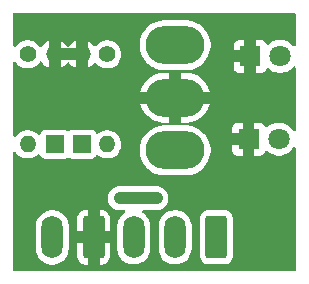
<source format=gbr>
%TF.GenerationSoftware,KiCad,Pcbnew,8.0.8*%
%TF.CreationDate,2025-02-01T23:36:58+01:00*%
%TF.ProjectId,pointControlPulse,706f696e-7443-46f6-9e74-726f6c50756c,rev?*%
%TF.SameCoordinates,Original*%
%TF.FileFunction,Copper,L2,Bot*%
%TF.FilePolarity,Positive*%
%FSLAX46Y46*%
G04 Gerber Fmt 4.6, Leading zero omitted, Abs format (unit mm)*
G04 Created by KiCad (PCBNEW 8.0.8) date 2025-02-01 23:36:58*
%MOMM*%
%LPD*%
G01*
G04 APERTURE LIST*
G04 Aperture macros list*
%AMRoundRect*
0 Rectangle with rounded corners*
0 $1 Rounding radius*
0 $2 $3 $4 $5 $6 $7 $8 $9 X,Y pos of 4 corners*
0 Add a 4 corners polygon primitive as box body*
4,1,4,$2,$3,$4,$5,$6,$7,$8,$9,$2,$3,0*
0 Add four circle primitives for the rounded corners*
1,1,$1+$1,$2,$3*
1,1,$1+$1,$4,$5*
1,1,$1+$1,$6,$7*
1,1,$1+$1,$8,$9*
0 Add four rect primitives between the rounded corners*
20,1,$1+$1,$2,$3,$4,$5,0*
20,1,$1+$1,$4,$5,$6,$7,0*
20,1,$1+$1,$6,$7,$8,$9,0*
20,1,$1+$1,$8,$9,$2,$3,0*%
G04 Aperture macros list end*
%TA.AperFunction,ComponentPad*%
%ADD10R,1.500000X1.500000*%
%TD*%
%TA.AperFunction,ComponentPad*%
%ADD11O,1.500000X1.500000*%
%TD*%
%TA.AperFunction,ComponentPad*%
%ADD12R,1.800000X1.800000*%
%TD*%
%TA.AperFunction,ComponentPad*%
%ADD13C,1.800000*%
%TD*%
%TA.AperFunction,ComponentPad*%
%ADD14O,5.000000X3.200000*%
%TD*%
%TA.AperFunction,ComponentPad*%
%ADD15C,1.400000*%
%TD*%
%TA.AperFunction,ComponentPad*%
%ADD16O,1.400000X1.400000*%
%TD*%
%TA.AperFunction,ComponentPad*%
%ADD17RoundRect,0.250000X0.650000X1.550000X-0.650000X1.550000X-0.650000X-1.550000X0.650000X-1.550000X0*%
%TD*%
%TA.AperFunction,ComponentPad*%
%ADD18O,1.800000X3.600000*%
%TD*%
%TA.AperFunction,ViaPad*%
%ADD19C,0.800000*%
%TD*%
%TA.AperFunction,Conductor*%
%ADD20C,1.000000*%
%TD*%
G04 APERTURE END LIST*
D10*
%TO.P,D8,1,K*%
%TO.N,Net-(D6-A)*%
X156591000Y-107447000D03*
D11*
%TO.P,D8,2,A*%
%TO.N,GND*%
X156591000Y-99827000D03*
%TD*%
D10*
%TO.P,D1,1,K*%
%TO.N,Net-(D1-K)*%
X154305000Y-107447000D03*
D11*
%TO.P,D1,2,A*%
%TO.N,GND*%
X154305000Y-99827000D03*
%TD*%
D12*
%TO.P,D3,1,K*%
%TO.N,GND*%
X170725000Y-107000000D03*
D13*
%TO.P,D3,2,A*%
%TO.N,Net-(D1-K)*%
X173265000Y-107000000D03*
%TD*%
D14*
%TO.P,SW1,1,A*%
%TO.N,/coil L*%
X164500000Y-107950000D03*
%TO.P,SW1,2,B*%
%TO.N,GND*%
X164500000Y-103500000D03*
%TO.P,SW1,3,C*%
%TO.N,/coil R*%
X164500000Y-99050000D03*
%TD*%
D12*
%TO.P,D6,1,K*%
%TO.N,GND*%
X170850000Y-100000000D03*
D13*
%TO.P,D6,2,A*%
%TO.N,Net-(D6-A)*%
X173390000Y-100000000D03*
%TD*%
D15*
%TO.P,R2,1*%
%TO.N,/coil R*%
X158750000Y-99822000D03*
D16*
%TO.P,R2,2*%
%TO.N,Net-(D6-A)*%
X158750000Y-107442000D03*
%TD*%
D15*
%TO.P,R1,1*%
%TO.N,/coil L*%
X152019000Y-99822000D03*
D16*
%TO.P,R1,2*%
%TO.N,Net-(D1-K)*%
X152019000Y-107442000D03*
%TD*%
D17*
%TO.P,J3,1,Pin_1*%
%TO.N,GND*%
X157607000Y-115323500D03*
D18*
%TO.P,J3,2,Pin_2*%
%TO.N,VCC*%
X154107000Y-115323500D03*
%TD*%
D17*
%TO.P,J2,1,Pin_1*%
%TO.N,/coil R*%
X168000000Y-115316000D03*
D18*
%TO.P,J2,2,Pin_2*%
%TO.N,VCC*%
X164500000Y-115316000D03*
%TO.P,J2,3,Pin_3*%
%TO.N,/coil L*%
X161000000Y-115316000D03*
%TD*%
D19*
%TO.N,VCC*%
X159800000Y-112014000D03*
X162941000Y-112014000D03*
%TD*%
D20*
%TO.N,VCC*%
X159800000Y-112014000D02*
X162941000Y-112014000D01*
%TD*%
%TA.AperFunction,Conductor*%
%TO.N,GND*%
G36*
X174642539Y-96320185D02*
G01*
X174688294Y-96372989D01*
X174699500Y-96424500D01*
X174699500Y-99036886D01*
X174679815Y-99103925D01*
X174627011Y-99149680D01*
X174557853Y-99159624D01*
X174494297Y-99130599D01*
X174484270Y-99120869D01*
X174468672Y-99103925D01*
X174341784Y-98966087D01*
X174341779Y-98966083D01*
X174341777Y-98966081D01*
X174158634Y-98823535D01*
X174158628Y-98823531D01*
X173954504Y-98713064D01*
X173954495Y-98713061D01*
X173734984Y-98637702D01*
X173547404Y-98606401D01*
X173506049Y-98599500D01*
X173273951Y-98599500D01*
X173232596Y-98606401D01*
X173045015Y-98637702D01*
X172825504Y-98713061D01*
X172825495Y-98713064D01*
X172621371Y-98823531D01*
X172621365Y-98823535D01*
X172438222Y-98966081D01*
X172438215Y-98966087D01*
X172429484Y-98975572D01*
X172369595Y-99011561D01*
X172299757Y-99009458D01*
X172242143Y-98969932D01*
X172222075Y-98934918D01*
X172193355Y-98857915D01*
X172193350Y-98857906D01*
X172107190Y-98742812D01*
X172107187Y-98742809D01*
X171992093Y-98656649D01*
X171992086Y-98656645D01*
X171857379Y-98606403D01*
X171857372Y-98606401D01*
X171797844Y-98600000D01*
X171350000Y-98600000D01*
X171350000Y-101400000D01*
X171797828Y-101400000D01*
X171797844Y-101399999D01*
X171857372Y-101393598D01*
X171857379Y-101393596D01*
X171992086Y-101343354D01*
X171992093Y-101343350D01*
X172107187Y-101257190D01*
X172107190Y-101257187D01*
X172193350Y-101142093D01*
X172193355Y-101142084D01*
X172222075Y-101065081D01*
X172263945Y-101009147D01*
X172329409Y-100984729D01*
X172397682Y-100999580D01*
X172429484Y-101024428D01*
X172438216Y-101033913D01*
X172438219Y-101033915D01*
X172438222Y-101033918D01*
X172621365Y-101176464D01*
X172621371Y-101176468D01*
X172621374Y-101176470D01*
X172825497Y-101286936D01*
X172939487Y-101326068D01*
X173045015Y-101362297D01*
X173045017Y-101362297D01*
X173045019Y-101362298D01*
X173273951Y-101400500D01*
X173273952Y-101400500D01*
X173506048Y-101400500D01*
X173506049Y-101400500D01*
X173734981Y-101362298D01*
X173954503Y-101286936D01*
X174158626Y-101176470D01*
X174191993Y-101150500D01*
X174301739Y-101065081D01*
X174341784Y-101033913D01*
X174484272Y-100879128D01*
X174544157Y-100843140D01*
X174613995Y-100845240D01*
X174671611Y-100884763D01*
X174698713Y-100949163D01*
X174699500Y-100963113D01*
X174699500Y-106218585D01*
X174679815Y-106285624D01*
X174627011Y-106331379D01*
X174557853Y-106341323D01*
X174494297Y-106312298D01*
X174471691Y-106286406D01*
X174373983Y-106136852D01*
X174373980Y-106136849D01*
X174373979Y-106136847D01*
X174216784Y-105966087D01*
X174216779Y-105966083D01*
X174216777Y-105966081D01*
X174033634Y-105823535D01*
X174033628Y-105823531D01*
X173829504Y-105713064D01*
X173829495Y-105713061D01*
X173609984Y-105637702D01*
X173422404Y-105606401D01*
X173381049Y-105599500D01*
X173148951Y-105599500D01*
X173107596Y-105606401D01*
X172920015Y-105637702D01*
X172700504Y-105713061D01*
X172700495Y-105713064D01*
X172496371Y-105823531D01*
X172496365Y-105823535D01*
X172313222Y-105966081D01*
X172313215Y-105966087D01*
X172304484Y-105975572D01*
X172244595Y-106011561D01*
X172174757Y-106009458D01*
X172117143Y-105969932D01*
X172097075Y-105934918D01*
X172068355Y-105857915D01*
X172068350Y-105857906D01*
X171982190Y-105742812D01*
X171982187Y-105742809D01*
X171867093Y-105656649D01*
X171867086Y-105656645D01*
X171732379Y-105606403D01*
X171732372Y-105606401D01*
X171672844Y-105600000D01*
X171225000Y-105600000D01*
X171225000Y-108400000D01*
X171672828Y-108400000D01*
X171672844Y-108399999D01*
X171732372Y-108393598D01*
X171732379Y-108393596D01*
X171867086Y-108343354D01*
X171867093Y-108343350D01*
X171982187Y-108257190D01*
X171982190Y-108257187D01*
X172068350Y-108142093D01*
X172068355Y-108142084D01*
X172097075Y-108065081D01*
X172138945Y-108009147D01*
X172204409Y-107984729D01*
X172272682Y-107999580D01*
X172304484Y-108024428D01*
X172313216Y-108033913D01*
X172313219Y-108033915D01*
X172313222Y-108033918D01*
X172496365Y-108176464D01*
X172496371Y-108176468D01*
X172496374Y-108176470D01*
X172700497Y-108286936D01*
X172751610Y-108304483D01*
X172920015Y-108362297D01*
X172920017Y-108362297D01*
X172920019Y-108362298D01*
X173148951Y-108400500D01*
X173148952Y-108400500D01*
X173381048Y-108400500D01*
X173381049Y-108400500D01*
X173609981Y-108362298D01*
X173829503Y-108286936D01*
X174033626Y-108176470D01*
X174216784Y-108033913D01*
X174373979Y-107863153D01*
X174471691Y-107713592D01*
X174524837Y-107668236D01*
X174594069Y-107658812D01*
X174657404Y-107688314D01*
X174694736Y-107747374D01*
X174699500Y-107781414D01*
X174699500Y-118075500D01*
X174679815Y-118142539D01*
X174627011Y-118188294D01*
X174575500Y-118199500D01*
X150924500Y-118199500D01*
X150857461Y-118179815D01*
X150811706Y-118127011D01*
X150800500Y-118075500D01*
X150800500Y-114313278D01*
X152706500Y-114313278D01*
X152706500Y-116333721D01*
X152740985Y-116551452D01*
X152809103Y-116761103D01*
X152809104Y-116761106D01*
X152877122Y-116894596D01*
X152888037Y-116916018D01*
X152909187Y-116957525D01*
X153038752Y-117135858D01*
X153038756Y-117135863D01*
X153194636Y-117291743D01*
X153194641Y-117291747D01*
X153263596Y-117341845D01*
X153372978Y-117421315D01*
X153501375Y-117486737D01*
X153569393Y-117521395D01*
X153569396Y-117521396D01*
X153659938Y-117550814D01*
X153779049Y-117589515D01*
X153996778Y-117624000D01*
X153996779Y-117624000D01*
X154217221Y-117624000D01*
X154217222Y-117624000D01*
X154434951Y-117589515D01*
X154644606Y-117521395D01*
X154841022Y-117421315D01*
X155019365Y-117291742D01*
X155175242Y-117135865D01*
X155304815Y-116957522D01*
X155322157Y-116923486D01*
X156207001Y-116923486D01*
X156217494Y-117026197D01*
X156272641Y-117192619D01*
X156272643Y-117192624D01*
X156364684Y-117341845D01*
X156488654Y-117465815D01*
X156637875Y-117557856D01*
X156637880Y-117557858D01*
X156804302Y-117613005D01*
X156804309Y-117613006D01*
X156907019Y-117623499D01*
X157106999Y-117623499D01*
X158107000Y-117623499D01*
X158306972Y-117623499D01*
X158306986Y-117623498D01*
X158409697Y-117613005D01*
X158576119Y-117557858D01*
X158576124Y-117557856D01*
X158725345Y-117465815D01*
X158849315Y-117341845D01*
X158941356Y-117192624D01*
X158941358Y-117192619D01*
X158996505Y-117026197D01*
X158996506Y-117026190D01*
X159006999Y-116923486D01*
X159007000Y-116923473D01*
X159007000Y-115823500D01*
X158107000Y-115823500D01*
X158107000Y-117623499D01*
X157106999Y-117623499D01*
X157107000Y-117623498D01*
X157107000Y-115823500D01*
X156207001Y-115823500D01*
X156207001Y-116923486D01*
X155322157Y-116923486D01*
X155404895Y-116761106D01*
X155473015Y-116551451D01*
X155507500Y-116333722D01*
X155507500Y-115244509D01*
X157007000Y-115244509D01*
X157007000Y-115402491D01*
X157047889Y-115555091D01*
X157126881Y-115691908D01*
X157238592Y-115803619D01*
X157375409Y-115882611D01*
X157528009Y-115923500D01*
X157685991Y-115923500D01*
X157838591Y-115882611D01*
X157975408Y-115803619D01*
X158087119Y-115691908D01*
X158166111Y-115555091D01*
X158207000Y-115402491D01*
X158207000Y-115244509D01*
X158166111Y-115091909D01*
X158087119Y-114955092D01*
X157975408Y-114843381D01*
X157940973Y-114823500D01*
X158107000Y-114823500D01*
X159006999Y-114823500D01*
X159006999Y-113723528D01*
X159006998Y-113723513D01*
X158996505Y-113620802D01*
X158941358Y-113454380D01*
X158941356Y-113454375D01*
X158849315Y-113305154D01*
X158725345Y-113181184D01*
X158576124Y-113089143D01*
X158576119Y-113089141D01*
X158409697Y-113033994D01*
X158409690Y-113033993D01*
X158306986Y-113023500D01*
X158107000Y-113023500D01*
X158107000Y-114823500D01*
X157940973Y-114823500D01*
X157838591Y-114764389D01*
X157685991Y-114723500D01*
X157528009Y-114723500D01*
X157375409Y-114764389D01*
X157238592Y-114843381D01*
X157126881Y-114955092D01*
X157047889Y-115091909D01*
X157007000Y-115244509D01*
X155507500Y-115244509D01*
X155507500Y-114313278D01*
X155473015Y-114095549D01*
X155404895Y-113885894D01*
X155404895Y-113885893D01*
X155370237Y-113817875D01*
X155322157Y-113723513D01*
X156207000Y-113723513D01*
X156207000Y-114823500D01*
X157107000Y-114823500D01*
X157107000Y-113023500D01*
X156907029Y-113023500D01*
X156907012Y-113023501D01*
X156804302Y-113033994D01*
X156637880Y-113089141D01*
X156637875Y-113089143D01*
X156488654Y-113181184D01*
X156364684Y-113305154D01*
X156272643Y-113454375D01*
X156272641Y-113454380D01*
X156217494Y-113620802D01*
X156217493Y-113620809D01*
X156207000Y-113723513D01*
X155322157Y-113723513D01*
X155304815Y-113689478D01*
X155288260Y-113666692D01*
X155175247Y-113511141D01*
X155175243Y-113511136D01*
X155019363Y-113355256D01*
X155019358Y-113355252D01*
X154841025Y-113225687D01*
X154841024Y-113225686D01*
X154841022Y-113225685D01*
X154753685Y-113181184D01*
X154644606Y-113125604D01*
X154644603Y-113125603D01*
X154434952Y-113057485D01*
X154286635Y-113033994D01*
X154217222Y-113023000D01*
X153996778Y-113023000D01*
X153927371Y-113033993D01*
X153779047Y-113057485D01*
X153569396Y-113125603D01*
X153569393Y-113125604D01*
X153372974Y-113225687D01*
X153194641Y-113355252D01*
X153194636Y-113355256D01*
X153038756Y-113511136D01*
X153038752Y-113511141D01*
X152909187Y-113689474D01*
X152809104Y-113885893D01*
X152809103Y-113885896D01*
X152740985Y-114095547D01*
X152706500Y-114313278D01*
X150800500Y-114313278D01*
X150800500Y-112112543D01*
X158799499Y-112112543D01*
X158837947Y-112305829D01*
X158837950Y-112305839D01*
X158913364Y-112487907D01*
X158913371Y-112487920D01*
X159022860Y-112651781D01*
X159022863Y-112651785D01*
X159162214Y-112791136D01*
X159162218Y-112791139D01*
X159326079Y-112900628D01*
X159326092Y-112900635D01*
X159508160Y-112976049D01*
X159508165Y-112976051D01*
X159508169Y-112976051D01*
X159508170Y-112976052D01*
X159701456Y-113014500D01*
X160164693Y-113014500D01*
X160231732Y-113034185D01*
X160277487Y-113086989D01*
X160287431Y-113156147D01*
X160258406Y-113219703D01*
X160237578Y-113238818D01*
X160087640Y-113347752D01*
X159931756Y-113503636D01*
X159931752Y-113503641D01*
X159802187Y-113681974D01*
X159702104Y-113878393D01*
X159702103Y-113878396D01*
X159633985Y-114088047D01*
X159599500Y-114305778D01*
X159599500Y-116326221D01*
X159633985Y-116543952D01*
X159702103Y-116753603D01*
X159702104Y-116753606D01*
X159705926Y-116761106D01*
X159788657Y-116923473D01*
X159802187Y-116950025D01*
X159931752Y-117128358D01*
X159931756Y-117128363D01*
X160087636Y-117284243D01*
X160087641Y-117284247D01*
X160166919Y-117341845D01*
X160265978Y-117413815D01*
X160368033Y-117465815D01*
X160462393Y-117513895D01*
X160462396Y-117513896D01*
X160567221Y-117547955D01*
X160672049Y-117582015D01*
X160889778Y-117616500D01*
X160889779Y-117616500D01*
X161110221Y-117616500D01*
X161110222Y-117616500D01*
X161327951Y-117582015D01*
X161537606Y-117513895D01*
X161734022Y-117413815D01*
X161912365Y-117284242D01*
X162068242Y-117128365D01*
X162197815Y-116950022D01*
X162297895Y-116753606D01*
X162366015Y-116543951D01*
X162400500Y-116326222D01*
X162400500Y-114305778D01*
X163099500Y-114305778D01*
X163099500Y-116326221D01*
X163133985Y-116543952D01*
X163202103Y-116753603D01*
X163202104Y-116753606D01*
X163205926Y-116761106D01*
X163288657Y-116923473D01*
X163302187Y-116950025D01*
X163431752Y-117128358D01*
X163431756Y-117128363D01*
X163587636Y-117284243D01*
X163587641Y-117284247D01*
X163666919Y-117341845D01*
X163765978Y-117413815D01*
X163868033Y-117465815D01*
X163962393Y-117513895D01*
X163962396Y-117513896D01*
X164067221Y-117547955D01*
X164172049Y-117582015D01*
X164389778Y-117616500D01*
X164389779Y-117616500D01*
X164610221Y-117616500D01*
X164610222Y-117616500D01*
X164827951Y-117582015D01*
X165037606Y-117513895D01*
X165234022Y-117413815D01*
X165412365Y-117284242D01*
X165568242Y-117128365D01*
X165697815Y-116950022D01*
X165797895Y-116753606D01*
X165866015Y-116543951D01*
X165900500Y-116326222D01*
X165900500Y-114305778D01*
X165866015Y-114088049D01*
X165797895Y-113878394D01*
X165797895Y-113878393D01*
X165763237Y-113810375D01*
X165715142Y-113715983D01*
X166599500Y-113715983D01*
X166599500Y-116916001D01*
X166599501Y-116916018D01*
X166610000Y-117018796D01*
X166610001Y-117018799D01*
X166665185Y-117185331D01*
X166665186Y-117185334D01*
X166757288Y-117334656D01*
X166881344Y-117458712D01*
X167030666Y-117550814D01*
X167197203Y-117605999D01*
X167299991Y-117616500D01*
X168700008Y-117616499D01*
X168802797Y-117605999D01*
X168969334Y-117550814D01*
X169118656Y-117458712D01*
X169242712Y-117334656D01*
X169334814Y-117185334D01*
X169389999Y-117018797D01*
X169400500Y-116916009D01*
X169400499Y-113715992D01*
X169397024Y-113681978D01*
X169389999Y-113613203D01*
X169389998Y-113613200D01*
X169356177Y-113511135D01*
X169334814Y-113446666D01*
X169242712Y-113297344D01*
X169118656Y-113173288D01*
X169022332Y-113113875D01*
X168969336Y-113081187D01*
X168969331Y-113081185D01*
X168967862Y-113080698D01*
X168802797Y-113026001D01*
X168802795Y-113026000D01*
X168700010Y-113015500D01*
X167299998Y-113015500D01*
X167299981Y-113015501D01*
X167197203Y-113026000D01*
X167197200Y-113026001D01*
X167030668Y-113081185D01*
X167030663Y-113081187D01*
X166881342Y-113173289D01*
X166757289Y-113297342D01*
X166665187Y-113446663D01*
X166665186Y-113446666D01*
X166610001Y-113613203D01*
X166610001Y-113613204D01*
X166610000Y-113613204D01*
X166599500Y-113715983D01*
X165715142Y-113715983D01*
X165697815Y-113681978D01*
X165681260Y-113659192D01*
X165568247Y-113503641D01*
X165568243Y-113503636D01*
X165412363Y-113347756D01*
X165412358Y-113347752D01*
X165234025Y-113218187D01*
X165234024Y-113218186D01*
X165234022Y-113218185D01*
X165145908Y-113173288D01*
X165037606Y-113118104D01*
X165037603Y-113118103D01*
X164827952Y-113049985D01*
X164660738Y-113023501D01*
X164610222Y-113015500D01*
X164389778Y-113015500D01*
X164375743Y-113017723D01*
X164172047Y-113049985D01*
X163962396Y-113118103D01*
X163962393Y-113118104D01*
X163765974Y-113218187D01*
X163587641Y-113347752D01*
X163587636Y-113347756D01*
X163431756Y-113503636D01*
X163431752Y-113503641D01*
X163302187Y-113681974D01*
X163202104Y-113878393D01*
X163202103Y-113878396D01*
X163133985Y-114088047D01*
X163099500Y-114305778D01*
X162400500Y-114305778D01*
X162366015Y-114088049D01*
X162297895Y-113878394D01*
X162297895Y-113878393D01*
X162263237Y-113810375D01*
X162197815Y-113681978D01*
X162181260Y-113659192D01*
X162068247Y-113503641D01*
X162068243Y-113503636D01*
X161912359Y-113347752D01*
X161762422Y-113238818D01*
X161719756Y-113183489D01*
X161713777Y-113113875D01*
X161746382Y-113052080D01*
X161807221Y-113017723D01*
X161835307Y-113014500D01*
X163039543Y-113014500D01*
X163169582Y-112988632D01*
X163232835Y-112976051D01*
X163414914Y-112900632D01*
X163578782Y-112791139D01*
X163718139Y-112651782D01*
X163827632Y-112487914D01*
X163903051Y-112305835D01*
X163941500Y-112112541D01*
X163941500Y-111915459D01*
X163941500Y-111915456D01*
X163903052Y-111722170D01*
X163903051Y-111722169D01*
X163903051Y-111722165D01*
X163903049Y-111722160D01*
X163827635Y-111540092D01*
X163827628Y-111540079D01*
X163718139Y-111376218D01*
X163718136Y-111376214D01*
X163578785Y-111236863D01*
X163578781Y-111236860D01*
X163414920Y-111127371D01*
X163414907Y-111127364D01*
X163232839Y-111051950D01*
X163232829Y-111051947D01*
X163039543Y-111013500D01*
X163039541Y-111013500D01*
X159701459Y-111013500D01*
X159701457Y-111013500D01*
X159508170Y-111051947D01*
X159508160Y-111051950D01*
X159326092Y-111127364D01*
X159326079Y-111127371D01*
X159162218Y-111236860D01*
X159162214Y-111236863D01*
X159022863Y-111376214D01*
X159022860Y-111376218D01*
X158913371Y-111540079D01*
X158913364Y-111540092D01*
X158837950Y-111722160D01*
X158837947Y-111722170D01*
X158799500Y-111915456D01*
X158799500Y-111915459D01*
X158799500Y-112112541D01*
X158799500Y-112112543D01*
X158799499Y-112112543D01*
X150800500Y-112112543D01*
X150800500Y-108190496D01*
X150820185Y-108123457D01*
X150872989Y-108077702D01*
X150942147Y-108067758D01*
X151005703Y-108096783D01*
X151023452Y-108115767D01*
X151043326Y-108142084D01*
X151128020Y-108254238D01*
X151292437Y-108404123D01*
X151292439Y-108404125D01*
X151481595Y-108521245D01*
X151481596Y-108521245D01*
X151481599Y-108521247D01*
X151689060Y-108601618D01*
X151907757Y-108642500D01*
X151907759Y-108642500D01*
X152130241Y-108642500D01*
X152130243Y-108642500D01*
X152348940Y-108601618D01*
X152556401Y-108521247D01*
X152745562Y-108404124D01*
X152873029Y-108287921D01*
X152935832Y-108257306D01*
X153005219Y-108265503D01*
X153059159Y-108309913D01*
X153072748Y-108336227D01*
X153111202Y-108439328D01*
X153111206Y-108439335D01*
X153197452Y-108554544D01*
X153197455Y-108554547D01*
X153312664Y-108640793D01*
X153312671Y-108640797D01*
X153447517Y-108691091D01*
X153447516Y-108691091D01*
X153454444Y-108691835D01*
X153507127Y-108697500D01*
X155102872Y-108697499D01*
X155162483Y-108691091D01*
X155297331Y-108640796D01*
X155316252Y-108626632D01*
X155373689Y-108583635D01*
X155439153Y-108559217D01*
X155507426Y-108574068D01*
X155522311Y-108583635D01*
X155598664Y-108640793D01*
X155598671Y-108640797D01*
X155733517Y-108691091D01*
X155733516Y-108691091D01*
X155740444Y-108691835D01*
X155793127Y-108697500D01*
X157388872Y-108697499D01*
X157448483Y-108691091D01*
X157583331Y-108640796D01*
X157698546Y-108554546D01*
X157784796Y-108439331D01*
X157791025Y-108422629D01*
X157832894Y-108366695D01*
X157898357Y-108342275D01*
X157966631Y-108357124D01*
X157990744Y-108374320D01*
X158023438Y-108404124D01*
X158023440Y-108404125D01*
X158023441Y-108404126D01*
X158212595Y-108521245D01*
X158212596Y-108521245D01*
X158212599Y-108521247D01*
X158420060Y-108601618D01*
X158638757Y-108642500D01*
X158638759Y-108642500D01*
X158861241Y-108642500D01*
X158861243Y-108642500D01*
X159079940Y-108601618D01*
X159287401Y-108521247D01*
X159476562Y-108404124D01*
X159628622Y-108265503D01*
X159640979Y-108254238D01*
X159648052Y-108244873D01*
X159775058Y-108076689D01*
X159874229Y-107877528D01*
X159892779Y-107812332D01*
X161499500Y-107812332D01*
X161499500Y-108087667D01*
X161499501Y-108087684D01*
X161535438Y-108360655D01*
X161535439Y-108360660D01*
X161535440Y-108360666D01*
X161547085Y-108404125D01*
X161606704Y-108626630D01*
X161712075Y-108881017D01*
X161712080Y-108881028D01*
X161794861Y-109024407D01*
X161849751Y-109119479D01*
X161849753Y-109119482D01*
X161849754Y-109119483D01*
X162017370Y-109337926D01*
X162017376Y-109337933D01*
X162212066Y-109532623D01*
X162212072Y-109532628D01*
X162430521Y-109700249D01*
X162583778Y-109788732D01*
X162668971Y-109837919D01*
X162668976Y-109837921D01*
X162668979Y-109837923D01*
X162923368Y-109943295D01*
X163189334Y-110014560D01*
X163462326Y-110050500D01*
X163462333Y-110050500D01*
X165537667Y-110050500D01*
X165537674Y-110050500D01*
X165810666Y-110014560D01*
X166076632Y-109943295D01*
X166331021Y-109837923D01*
X166569479Y-109700249D01*
X166787928Y-109532628D01*
X166982628Y-109337928D01*
X167150249Y-109119479D01*
X167287923Y-108881021D01*
X167393295Y-108626632D01*
X167464560Y-108360666D01*
X167500500Y-108087674D01*
X167500500Y-107947844D01*
X169325000Y-107947844D01*
X169331401Y-108007372D01*
X169331403Y-108007379D01*
X169381645Y-108142086D01*
X169381649Y-108142093D01*
X169467809Y-108257187D01*
X169467812Y-108257190D01*
X169582906Y-108343350D01*
X169582913Y-108343354D01*
X169717620Y-108393596D01*
X169717627Y-108393598D01*
X169777155Y-108399999D01*
X169777172Y-108400000D01*
X170225000Y-108400000D01*
X170225000Y-107500000D01*
X169325000Y-107500000D01*
X169325000Y-107947844D01*
X167500500Y-107947844D01*
X167500500Y-107812326D01*
X167464560Y-107539334D01*
X167393295Y-107273368D01*
X167287923Y-107018979D01*
X167287921Y-107018976D01*
X167287919Y-107018971D01*
X167242761Y-106940756D01*
X170275000Y-106940756D01*
X170275000Y-107059244D01*
X170305667Y-107173694D01*
X170364910Y-107276306D01*
X170448694Y-107360090D01*
X170551306Y-107419333D01*
X170665756Y-107450000D01*
X170784244Y-107450000D01*
X170898694Y-107419333D01*
X171001306Y-107360090D01*
X171085090Y-107276306D01*
X171144333Y-107173694D01*
X171175000Y-107059244D01*
X171175000Y-106940756D01*
X171144333Y-106826306D01*
X171085090Y-106723694D01*
X171001306Y-106639910D01*
X170898694Y-106580667D01*
X170784244Y-106550000D01*
X170665756Y-106550000D01*
X170551306Y-106580667D01*
X170448694Y-106639910D01*
X170364910Y-106723694D01*
X170305667Y-106826306D01*
X170275000Y-106940756D01*
X167242761Y-106940756D01*
X167177823Y-106828281D01*
X167150249Y-106780521D01*
X167003687Y-106589517D01*
X166982629Y-106562073D01*
X166982623Y-106562066D01*
X166787933Y-106367376D01*
X166787926Y-106367370D01*
X166569483Y-106199754D01*
X166569482Y-106199753D01*
X166569479Y-106199751D01*
X166460526Y-106136847D01*
X166331028Y-106062080D01*
X166331017Y-106062075D01*
X166307068Y-106052155D01*
X169325000Y-106052155D01*
X169325000Y-106500000D01*
X170225000Y-106500000D01*
X170225000Y-105600000D01*
X169777155Y-105600000D01*
X169717627Y-105606401D01*
X169717620Y-105606403D01*
X169582913Y-105656645D01*
X169582906Y-105656649D01*
X169467812Y-105742809D01*
X169467809Y-105742812D01*
X169381649Y-105857906D01*
X169381645Y-105857913D01*
X169331403Y-105992620D01*
X169331401Y-105992627D01*
X169325000Y-106052155D01*
X166307068Y-106052155D01*
X166076630Y-105956704D01*
X165943649Y-105921072D01*
X165810666Y-105885440D01*
X165810660Y-105885439D01*
X165810655Y-105885438D01*
X165537684Y-105849501D01*
X165537679Y-105849500D01*
X165537674Y-105849500D01*
X163462326Y-105849500D01*
X163462320Y-105849500D01*
X163462315Y-105849501D01*
X163189344Y-105885438D01*
X163189337Y-105885439D01*
X163189334Y-105885440D01*
X163133125Y-105900500D01*
X162923369Y-105956704D01*
X162668982Y-106062075D01*
X162668971Y-106062080D01*
X162430516Y-106199754D01*
X162212073Y-106367370D01*
X162212066Y-106367376D01*
X162017376Y-106562066D01*
X162017370Y-106562073D01*
X161849754Y-106780516D01*
X161712080Y-107018971D01*
X161712075Y-107018982D01*
X161606704Y-107273369D01*
X161583468Y-107360090D01*
X161545980Y-107500000D01*
X161535441Y-107539331D01*
X161535438Y-107539344D01*
X161499501Y-107812315D01*
X161499500Y-107812332D01*
X159892779Y-107812332D01*
X159935115Y-107663536D01*
X159955643Y-107442000D01*
X159935115Y-107220464D01*
X159874229Y-107006472D01*
X159874224Y-107006461D01*
X159775061Y-106807316D01*
X159775056Y-106807308D01*
X159640979Y-106629761D01*
X159476562Y-106479876D01*
X159476560Y-106479874D01*
X159287404Y-106362754D01*
X159287398Y-106362752D01*
X159079940Y-106282382D01*
X158861243Y-106241500D01*
X158638757Y-106241500D01*
X158420060Y-106282382D01*
X158294173Y-106331151D01*
X158212601Y-106362752D01*
X158212595Y-106362754D01*
X158023441Y-106479873D01*
X157987962Y-106512216D01*
X157925157Y-106542832D01*
X157855770Y-106534633D01*
X157801831Y-106490222D01*
X157788243Y-106463909D01*
X157784798Y-106454673D01*
X157784793Y-106454664D01*
X157698547Y-106339455D01*
X157698544Y-106339452D01*
X157583335Y-106253206D01*
X157583328Y-106253202D01*
X157448482Y-106202908D01*
X157448483Y-106202908D01*
X157388883Y-106196501D01*
X157388881Y-106196500D01*
X157388873Y-106196500D01*
X157388864Y-106196500D01*
X155793129Y-106196500D01*
X155793123Y-106196501D01*
X155733516Y-106202908D01*
X155598671Y-106253202D01*
X155598664Y-106253206D01*
X155522311Y-106310365D01*
X155456847Y-106334783D01*
X155388574Y-106319932D01*
X155373689Y-106310365D01*
X155297335Y-106253206D01*
X155297328Y-106253202D01*
X155162482Y-106202908D01*
X155162483Y-106202908D01*
X155102883Y-106196501D01*
X155102881Y-106196500D01*
X155102873Y-106196500D01*
X155102864Y-106196500D01*
X153507129Y-106196500D01*
X153507123Y-106196501D01*
X153447516Y-106202908D01*
X153312671Y-106253202D01*
X153312664Y-106253206D01*
X153197455Y-106339452D01*
X153197452Y-106339455D01*
X153111206Y-106454664D01*
X153111203Y-106454669D01*
X153075531Y-106550311D01*
X153033659Y-106606244D01*
X152968195Y-106630661D01*
X152899922Y-106615809D01*
X152875815Y-106598617D01*
X152745562Y-106479876D01*
X152745559Y-106479874D01*
X152745558Y-106479873D01*
X152556404Y-106362754D01*
X152556398Y-106362752D01*
X152348940Y-106282382D01*
X152130243Y-106241500D01*
X151907757Y-106241500D01*
X151689060Y-106282382D01*
X151563173Y-106331151D01*
X151481601Y-106362752D01*
X151481595Y-106362754D01*
X151292439Y-106479874D01*
X151292437Y-106479876D01*
X151128020Y-106629761D01*
X151023454Y-106768230D01*
X150967345Y-106809866D01*
X150897633Y-106814557D01*
X150836451Y-106780815D01*
X150803224Y-106719352D01*
X150800500Y-106693503D01*
X150800500Y-103000000D01*
X161559894Y-103000000D01*
X163784174Y-103000000D01*
X163657007Y-103034075D01*
X163542993Y-103099901D01*
X163449901Y-103192993D01*
X163384075Y-103307007D01*
X163350000Y-103434174D01*
X163350000Y-103565826D01*
X163384075Y-103692993D01*
X163449901Y-103807007D01*
X163542993Y-103900099D01*
X163657007Y-103965925D01*
X163784174Y-104000000D01*
X161559894Y-104000000D01*
X161607180Y-104176471D01*
X161712520Y-104430787D01*
X161712527Y-104430802D01*
X161850166Y-104669201D01*
X162017749Y-104887597D01*
X162017757Y-104887606D01*
X162212394Y-105082243D01*
X162212402Y-105082250D01*
X162430798Y-105249833D01*
X162669197Y-105387472D01*
X162669212Y-105387479D01*
X162923528Y-105492819D01*
X163189434Y-105564069D01*
X163462358Y-105600000D01*
X164000000Y-105600000D01*
X164000000Y-104000000D01*
X165000000Y-104000000D01*
X165000000Y-105600000D01*
X165537642Y-105600000D01*
X165810565Y-105564069D01*
X166076471Y-105492819D01*
X166330787Y-105387479D01*
X166330802Y-105387472D01*
X166569201Y-105249833D01*
X166787597Y-105082250D01*
X166787606Y-105082243D01*
X166982243Y-104887606D01*
X166982250Y-104887597D01*
X167149833Y-104669201D01*
X167287472Y-104430802D01*
X167287479Y-104430787D01*
X167392819Y-104176471D01*
X167440106Y-104000000D01*
X165215826Y-104000000D01*
X165342993Y-103965925D01*
X165457007Y-103900099D01*
X165550099Y-103807007D01*
X165615925Y-103692993D01*
X165650000Y-103565826D01*
X165650000Y-103434174D01*
X165615925Y-103307007D01*
X165550099Y-103192993D01*
X165457007Y-103099901D01*
X165342993Y-103034075D01*
X165215826Y-103000000D01*
X167440105Y-103000000D01*
X167392819Y-102823528D01*
X167287479Y-102569212D01*
X167287472Y-102569197D01*
X167149833Y-102330798D01*
X166982250Y-102112402D01*
X166982243Y-102112394D01*
X166787606Y-101917757D01*
X166787597Y-101917749D01*
X166569201Y-101750166D01*
X166330802Y-101612527D01*
X166330787Y-101612520D01*
X166076471Y-101507180D01*
X165810565Y-101435930D01*
X165537642Y-101400000D01*
X165000000Y-101400000D01*
X165000000Y-103000000D01*
X164000000Y-103000000D01*
X164000000Y-101400000D01*
X163462358Y-101400000D01*
X163189434Y-101435930D01*
X162923528Y-101507180D01*
X162669212Y-101612520D01*
X162669197Y-101612527D01*
X162430798Y-101750166D01*
X162212402Y-101917749D01*
X162017749Y-102112402D01*
X161850166Y-102330798D01*
X161712527Y-102569197D01*
X161712520Y-102569212D01*
X161607180Y-102823528D01*
X161559894Y-103000000D01*
X150800500Y-103000000D01*
X150800500Y-100570496D01*
X150820185Y-100503457D01*
X150872989Y-100457702D01*
X150942147Y-100447758D01*
X151005703Y-100476783D01*
X151023452Y-100495767D01*
X151035662Y-100511935D01*
X151128020Y-100634238D01*
X151292437Y-100784123D01*
X151292439Y-100784125D01*
X151481595Y-100901245D01*
X151481596Y-100901245D01*
X151481599Y-100901247D01*
X151689060Y-100981618D01*
X151907757Y-101022500D01*
X151907759Y-101022500D01*
X152130241Y-101022500D01*
X152130243Y-101022500D01*
X152348940Y-100981618D01*
X152556401Y-100901247D01*
X152745562Y-100784124D01*
X152909981Y-100634236D01*
X153032580Y-100471887D01*
X153088688Y-100430251D01*
X153158400Y-100425559D01*
X153219582Y-100459301D01*
X153233109Y-100475490D01*
X153343787Y-100633554D01*
X153498445Y-100788212D01*
X153677613Y-100913667D01*
X153677615Y-100913668D01*
X153804999Y-100973068D01*
X154805000Y-100973068D01*
X154932384Y-100913668D01*
X154932386Y-100913667D01*
X155111554Y-100788212D01*
X155266212Y-100633554D01*
X155346425Y-100518999D01*
X155401002Y-100475375D01*
X155470501Y-100468182D01*
X155532855Y-100499704D01*
X155549575Y-100518999D01*
X155629787Y-100633554D01*
X155784445Y-100788212D01*
X155963613Y-100913667D01*
X155963615Y-100913668D01*
X156090999Y-100973068D01*
X156091000Y-100973067D01*
X156091000Y-100327000D01*
X154805000Y-100327000D01*
X154805000Y-100973068D01*
X153804999Y-100973068D01*
X153805000Y-100973067D01*
X153805000Y-99777630D01*
X153930000Y-99777630D01*
X153930000Y-99876370D01*
X153955556Y-99971745D01*
X154004925Y-100057255D01*
X154074745Y-100127075D01*
X154160255Y-100176444D01*
X154255630Y-100202000D01*
X154354370Y-100202000D01*
X154449745Y-100176444D01*
X154535255Y-100127075D01*
X154605075Y-100057255D01*
X154654444Y-99971745D01*
X154680000Y-99876370D01*
X154680000Y-99777630D01*
X156216000Y-99777630D01*
X156216000Y-99876370D01*
X156241556Y-99971745D01*
X156290925Y-100057255D01*
X156360745Y-100127075D01*
X156446255Y-100176444D01*
X156541630Y-100202000D01*
X156640370Y-100202000D01*
X156735745Y-100176444D01*
X156821255Y-100127075D01*
X156891075Y-100057255D01*
X156940444Y-99971745D01*
X156966000Y-99876370D01*
X156966000Y-99777630D01*
X156940444Y-99682255D01*
X156891075Y-99596745D01*
X156821255Y-99526925D01*
X156735745Y-99477556D01*
X156640370Y-99452000D01*
X156541630Y-99452000D01*
X156446255Y-99477556D01*
X156360745Y-99526925D01*
X156290925Y-99596745D01*
X156241556Y-99682255D01*
X156216000Y-99777630D01*
X154680000Y-99777630D01*
X154654444Y-99682255D01*
X154605075Y-99596745D01*
X154535255Y-99526925D01*
X154449745Y-99477556D01*
X154354370Y-99452000D01*
X154255630Y-99452000D01*
X154160255Y-99477556D01*
X154074745Y-99526925D01*
X154004925Y-99596745D01*
X153955556Y-99682255D01*
X153930000Y-99777630D01*
X153805000Y-99777630D01*
X153805000Y-98680931D01*
X154805000Y-98680931D01*
X154805000Y-99327000D01*
X156091000Y-99327000D01*
X156091000Y-98680931D01*
X157091000Y-98680931D01*
X157091000Y-100973068D01*
X157218384Y-100913668D01*
X157218386Y-100913667D01*
X157397554Y-100788212D01*
X157552209Y-100633557D01*
X157552216Y-100633549D01*
X157601787Y-100562754D01*
X157656363Y-100519129D01*
X157725862Y-100511935D01*
X157788216Y-100543457D01*
X157802316Y-100559150D01*
X157845724Y-100616630D01*
X157859017Y-100634234D01*
X157859020Y-100634237D01*
X158023437Y-100784123D01*
X158023439Y-100784125D01*
X158212595Y-100901245D01*
X158212596Y-100901245D01*
X158212599Y-100901247D01*
X158420060Y-100981618D01*
X158638757Y-101022500D01*
X158638759Y-101022500D01*
X158861241Y-101022500D01*
X158861243Y-101022500D01*
X159079940Y-100981618D01*
X159287401Y-100901247D01*
X159476562Y-100784124D01*
X159640981Y-100634236D01*
X159775058Y-100456689D01*
X159874229Y-100257528D01*
X159935115Y-100043536D01*
X159955643Y-99822000D01*
X159935115Y-99600464D01*
X159874229Y-99386472D01*
X159874224Y-99386461D01*
X159775061Y-99187316D01*
X159775056Y-99187308D01*
X159640979Y-99009761D01*
X159534104Y-98912332D01*
X161499500Y-98912332D01*
X161499500Y-99187667D01*
X161499501Y-99187684D01*
X161535438Y-99460655D01*
X161535439Y-99460660D01*
X161535440Y-99460666D01*
X161553194Y-99526925D01*
X161606704Y-99726630D01*
X161712075Y-99981017D01*
X161712080Y-99981028D01*
X161757239Y-100059244D01*
X161849751Y-100219479D01*
X161849753Y-100219482D01*
X161849754Y-100219483D01*
X162017370Y-100437926D01*
X162017376Y-100437933D01*
X162212066Y-100632623D01*
X162212073Y-100632629D01*
X162214169Y-100634237D01*
X162430521Y-100800249D01*
X162539474Y-100863153D01*
X162668971Y-100937919D01*
X162668976Y-100937921D01*
X162668979Y-100937923D01*
X162923368Y-101043295D01*
X163189334Y-101114560D01*
X163462326Y-101150500D01*
X163462333Y-101150500D01*
X165537667Y-101150500D01*
X165537674Y-101150500D01*
X165810666Y-101114560D01*
X166076632Y-101043295D01*
X166307070Y-100947844D01*
X169450000Y-100947844D01*
X169456401Y-101007372D01*
X169456403Y-101007379D01*
X169506645Y-101142086D01*
X169506649Y-101142093D01*
X169592809Y-101257187D01*
X169592812Y-101257190D01*
X169707906Y-101343350D01*
X169707913Y-101343354D01*
X169842620Y-101393596D01*
X169842627Y-101393598D01*
X169902155Y-101399999D01*
X169902172Y-101400000D01*
X170350000Y-101400000D01*
X170350000Y-100500000D01*
X169450000Y-100500000D01*
X169450000Y-100947844D01*
X166307070Y-100947844D01*
X166331021Y-100937923D01*
X166569479Y-100800249D01*
X166787928Y-100632628D01*
X166982628Y-100437928D01*
X167150249Y-100219479D01*
X167287923Y-99981021D01*
X167304601Y-99940756D01*
X170400000Y-99940756D01*
X170400000Y-100059244D01*
X170430667Y-100173694D01*
X170489910Y-100276306D01*
X170573694Y-100360090D01*
X170676306Y-100419333D01*
X170790756Y-100450000D01*
X170909244Y-100450000D01*
X171023694Y-100419333D01*
X171126306Y-100360090D01*
X171210090Y-100276306D01*
X171269333Y-100173694D01*
X171300000Y-100059244D01*
X171300000Y-99940756D01*
X171269333Y-99826306D01*
X171210090Y-99723694D01*
X171126306Y-99639910D01*
X171023694Y-99580667D01*
X170909244Y-99550000D01*
X170790756Y-99550000D01*
X170676306Y-99580667D01*
X170573694Y-99639910D01*
X170489910Y-99723694D01*
X170430667Y-99826306D01*
X170400000Y-99940756D01*
X167304601Y-99940756D01*
X167393295Y-99726632D01*
X167464560Y-99460666D01*
X167500500Y-99187674D01*
X167500500Y-99052155D01*
X169450000Y-99052155D01*
X169450000Y-99500000D01*
X170350000Y-99500000D01*
X170350000Y-98600000D01*
X169902155Y-98600000D01*
X169842627Y-98606401D01*
X169842620Y-98606403D01*
X169707913Y-98656645D01*
X169707906Y-98656649D01*
X169592812Y-98742809D01*
X169592809Y-98742812D01*
X169506649Y-98857906D01*
X169506645Y-98857913D01*
X169456403Y-98992620D01*
X169456401Y-98992627D01*
X169450000Y-99052155D01*
X167500500Y-99052155D01*
X167500500Y-98912326D01*
X167464560Y-98639334D01*
X167393295Y-98373368D01*
X167287923Y-98118979D01*
X167287921Y-98118976D01*
X167287919Y-98118971D01*
X167238732Y-98033778D01*
X167150249Y-97880521D01*
X166982628Y-97662072D01*
X166982623Y-97662066D01*
X166787933Y-97467376D01*
X166787926Y-97467370D01*
X166569483Y-97299754D01*
X166569482Y-97299753D01*
X166569479Y-97299751D01*
X166474407Y-97244861D01*
X166331028Y-97162080D01*
X166331017Y-97162075D01*
X166076630Y-97056704D01*
X165943649Y-97021072D01*
X165810666Y-96985440D01*
X165810660Y-96985439D01*
X165810655Y-96985438D01*
X165537684Y-96949501D01*
X165537679Y-96949500D01*
X165537674Y-96949500D01*
X163462326Y-96949500D01*
X163462320Y-96949500D01*
X163462315Y-96949501D01*
X163189344Y-96985438D01*
X163189337Y-96985439D01*
X163189334Y-96985440D01*
X163133125Y-97000500D01*
X162923369Y-97056704D01*
X162668982Y-97162075D01*
X162668971Y-97162080D01*
X162430516Y-97299754D01*
X162212073Y-97467370D01*
X162212066Y-97467376D01*
X162017376Y-97662066D01*
X162017370Y-97662073D01*
X161849754Y-97880516D01*
X161712080Y-98118971D01*
X161712075Y-98118982D01*
X161606704Y-98373369D01*
X161550500Y-98583125D01*
X161545980Y-98600000D01*
X161535441Y-98639331D01*
X161535438Y-98639344D01*
X161499501Y-98912315D01*
X161499500Y-98912332D01*
X159534104Y-98912332D01*
X159476562Y-98859876D01*
X159476560Y-98859874D01*
X159287404Y-98742754D01*
X159287398Y-98742752D01*
X159281154Y-98740333D01*
X159079940Y-98662382D01*
X158861243Y-98621500D01*
X158638757Y-98621500D01*
X158420060Y-98662382D01*
X158372180Y-98680931D01*
X158212601Y-98742752D01*
X158212595Y-98742754D01*
X158023439Y-98859874D01*
X158023437Y-98859876D01*
X157859020Y-99009762D01*
X157798683Y-99089661D01*
X157742574Y-99131297D01*
X157672862Y-99135988D01*
X157611680Y-99102246D01*
X157598154Y-99086057D01*
X157552216Y-99020450D01*
X157552211Y-99020444D01*
X157397554Y-98865787D01*
X157218387Y-98740333D01*
X157091000Y-98680931D01*
X156091000Y-98680931D01*
X156090999Y-98680931D01*
X155963613Y-98740332D01*
X155963611Y-98740333D01*
X155784450Y-98865783D01*
X155784444Y-98865788D01*
X155629788Y-99020444D01*
X155629783Y-99020451D01*
X155549575Y-99135000D01*
X155494998Y-99178625D01*
X155425500Y-99185818D01*
X155363145Y-99154296D01*
X155346425Y-99135000D01*
X155266216Y-99020451D01*
X155266211Y-99020444D01*
X155111554Y-98865787D01*
X154932387Y-98740333D01*
X154805000Y-98680931D01*
X153805000Y-98680931D01*
X153804999Y-98680931D01*
X153677613Y-98740332D01*
X153677611Y-98740333D01*
X153498450Y-98865783D01*
X153498444Y-98865788D01*
X153343787Y-99020445D01*
X153236743Y-99173321D01*
X153182166Y-99216945D01*
X153112668Y-99224138D01*
X153050313Y-99192616D01*
X153036214Y-99176924D01*
X152909979Y-99009761D01*
X152745562Y-98859876D01*
X152745560Y-98859874D01*
X152556404Y-98742754D01*
X152556398Y-98742752D01*
X152550154Y-98740333D01*
X152348940Y-98662382D01*
X152130243Y-98621500D01*
X151907757Y-98621500D01*
X151689060Y-98662382D01*
X151641180Y-98680931D01*
X151481601Y-98742752D01*
X151481595Y-98742754D01*
X151292439Y-98859874D01*
X151292437Y-98859876D01*
X151128020Y-99009761D01*
X151023454Y-99148230D01*
X150967345Y-99189866D01*
X150897633Y-99194557D01*
X150836451Y-99160815D01*
X150803224Y-99099352D01*
X150800500Y-99073503D01*
X150800500Y-96424500D01*
X150820185Y-96357461D01*
X150872989Y-96311706D01*
X150924500Y-96300500D01*
X174575500Y-96300500D01*
X174642539Y-96320185D01*
G37*
%TD.AperFunction*%
%TD*%
M02*

</source>
